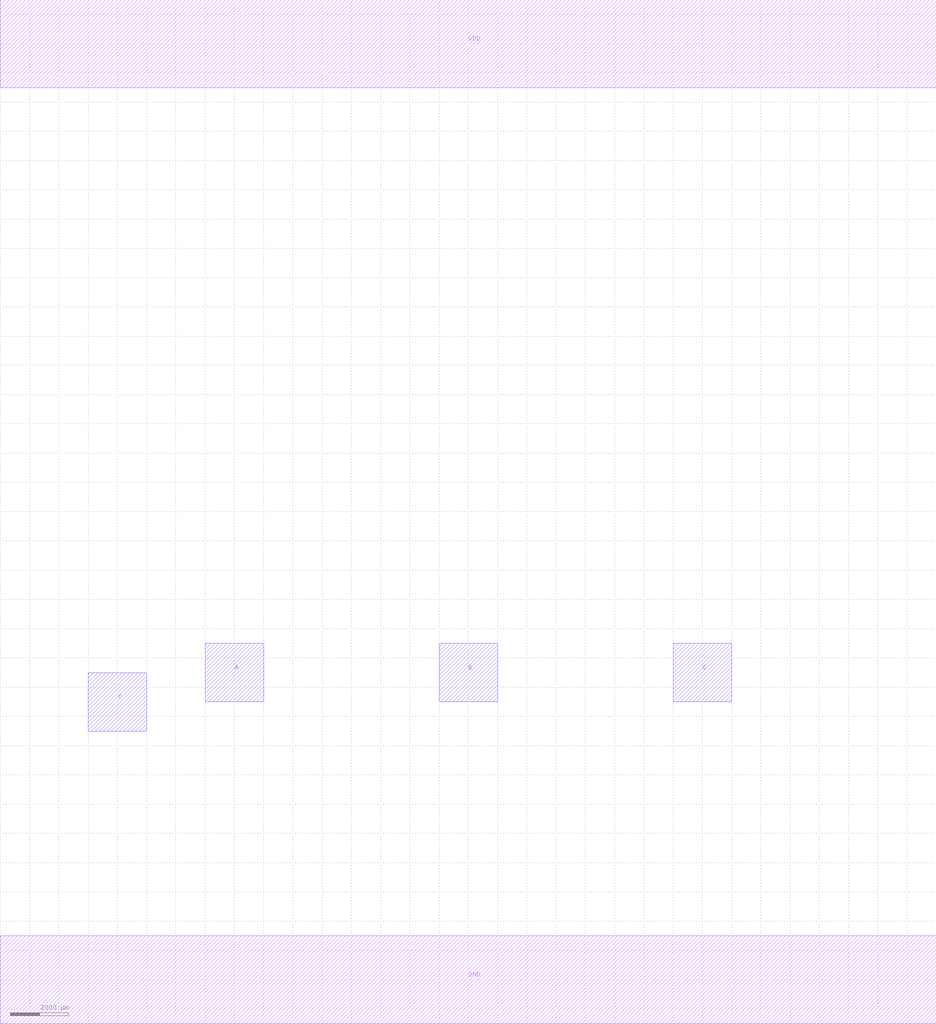
<source format=lef>
MACRO NAND3
 CLASS CORE ;
 ORIGIN 0 0 ;
 FOREIGN NAND3 0 0 ;
 SITE CORE ;
 SYMMETRY X Y R90 ;
  PIN VDD
   DIRECTION INOUT ;
   USE SIGNAL ;
   SHAPE ABUTMENT ;
    PORT
     CLASS CORE ;
       LAYER metal1 ;
        RECT 0.00000000 30500.00000000 32000.00000000 33500.00000000 ;
    END
  END VDD

  PIN GND
   DIRECTION INOUT ;
   USE SIGNAL ;
   SHAPE ABUTMENT ;
    PORT
     CLASS CORE ;
       LAYER metal1 ;
        RECT 0.00000000 -1500.00000000 32000.00000000 1500.00000000 ;
    END
  END GND

  PIN A
   DIRECTION INOUT ;
   USE SIGNAL ;
   SHAPE ABUTMENT ;
    PORT
     CLASS CORE ;
       LAYER metal2 ;
        RECT 7000.00000000 9500.00000000 9000.00000000 11500.00000000 ;
    END
  END A

  PIN B
   DIRECTION INOUT ;
   USE SIGNAL ;
   SHAPE ABUTMENT ;
    PORT
     CLASS CORE ;
       LAYER metal2 ;
        RECT 15000.00000000 9500.00000000 17000.00000000 11500.00000000 ;
    END
  END B

  PIN C
   DIRECTION INOUT ;
   USE SIGNAL ;
   SHAPE ABUTMENT ;
    PORT
     CLASS CORE ;
       LAYER metal2 ;
        RECT 23000.00000000 9500.00000000 25000.00000000 11500.00000000 ;
    END
  END C

  PIN Y
   DIRECTION INOUT ;
   USE SIGNAL ;
   SHAPE ABUTMENT ;
    PORT
     CLASS CORE ;
       LAYER metal2 ;
        RECT 3000.00000000 8500.00000000 5000.00000000 10500.00000000 ;
    END
  END Y


END NAND3

</source>
